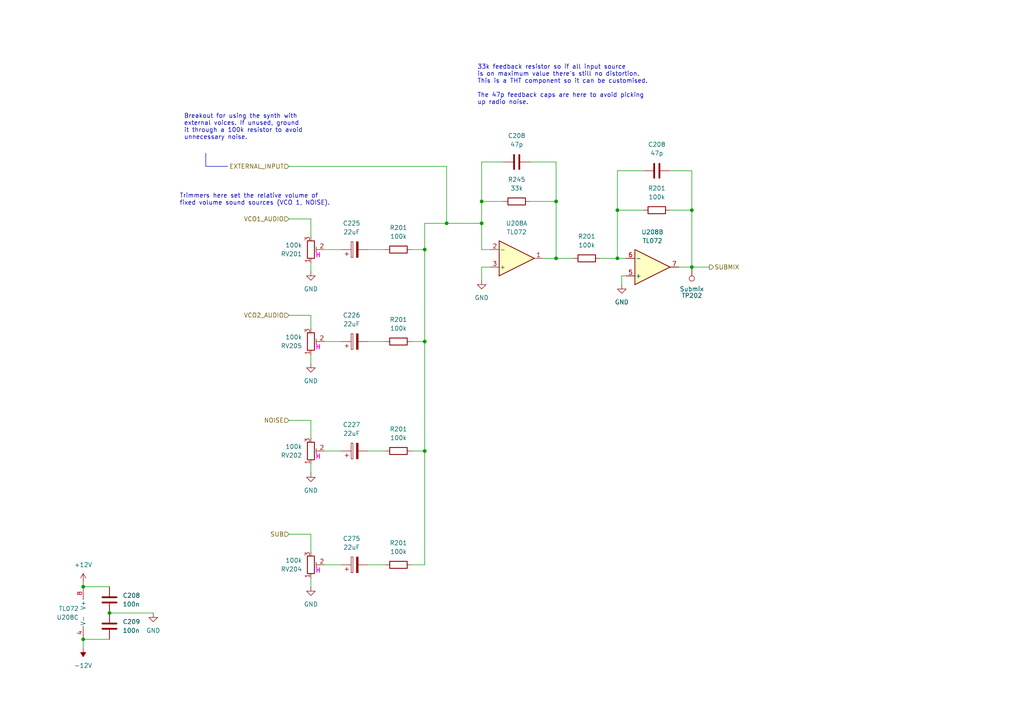
<source format=kicad_sch>
(kicad_sch (version 20231120) (generator "eeschema") (generator_version "8.0")
  (paper "A4")
  (title_block (title "Mixer"))
  (lib_symbols
    (symbol "Amplifier_Operational:TL072" (pin_names (offset 0.127))
      (property "Reference" "U" (at 0 5.08 0))
      (property "Value" "TL072" (at 0 -5.08 0))
      (symbol "TL072_1_1"
        (polyline (pts (xy -5.08 5.08) (xy 5.08 0) (xy -5.08 -5.08) (xy -5.08 5.08)) (stroke (width 0.254)) (fill (type background)))
        (pin output line (at 7.62 0 180) (length 2.54) (name "~") (number "1"))
        (pin input line (at -7.62 -2.54 0) (length 2.54) (name "-") (number "2"))
        (pin input line (at -7.62 2.54 0) (length 2.54) (name "+") (number "3"))
      )
      (symbol "TL072_2_1"
        (polyline (pts (xy -5.08 5.08) (xy 5.08 0) (xy -5.08 -5.08) (xy -5.08 5.08)) (stroke (width 0.254)) (fill (type background)))
        (pin input line (at -7.62 2.54 0) (length 2.54) (name "+") (number "5"))
        (pin input line (at -7.62 -2.54 0) (length 2.54) (name "-") (number "6"))
        (pin output line (at 7.62 0 180) (length 2.54) (name "~") (number "7"))
      )
      (symbol "TL072_3_1"
        (pin power_in line (at -2.54 -7.62 90) (length 3.81) (name "V-") (number "4"))
        (pin power_in line (at -2.54 7.62 270) (length 3.81) (name "V+") (number "8"))
      )
    )
    (symbol "Connector:TestPoint" (pin_numbers hide) (pin_names (offset 0.762) hide)
      (property "Reference" "TP" (at 0 6.858 0))
      (property "Value" "TestPoint" (at 0 5.08 0))
      (symbol "TestPoint_0_1"
        (circle (center 0 3.302) (radius 0.762))
      )
      (symbol "TestPoint_1_1"
        (pin passive line (at 0 0 90) (length 2.54) (name "1") (number "1"))
      )
    )
    (symbol "Device:C" (pin_numbers hide) (pin_names (offset 0.254))
      (property "Reference" "C" (at 0.635 2.54 0))
      (property "Value" "C" (at 0.635 -2.54 0))
      (symbol "C_0_1"
        (polyline (pts (xy -2.032 -0.762) (xy 2.032 -0.762)) (stroke (width 0.508)))
        (polyline (pts (xy -2.032 0.762) (xy 2.032 0.762)) (stroke (width 0.508)))
      )
      (symbol "C_1_1"
        (pin passive line (at 0 3.81 270) (length 2.794) (name "~") (number "1"))
        (pin passive line (at 0 -3.81 90) (length 2.794) (name "~") (number "2"))
      )
    )
    (symbol "Device:C_Polarized" (pin_numbers hide) (pin_names (offset 0.254))
      (property "Reference" "C" (at 0.635 2.54 0))
      (property "Value" "C_Polarized" (at 0.635 -2.54 0))
      (symbol "C_Polarized_0_1"
        (rectangle (start -2.286 0.508) (end 2.286 1.016))
        (polyline (pts (xy -1.778 2.286) (xy -0.762 2.286)))
        (polyline (pts (xy -1.27 2.794) (xy -1.27 1.778)))
        (rectangle (start 2.286 -0.508) (end -2.286 -1.016) (fill (type outline)))
      )
      (symbol "C_Polarized_1_1"
        (pin passive line (at 0 3.81 270) (length 2.794) (name "~") (number "1"))
        (pin passive line (at 0 -3.81 90) (length 2.794) (name "~") (number "2"))
      )
    )
    (symbol "Device:R" (pin_numbers hide) (pin_names (offset 0))
      (property "Reference" "R" (at 2.032 0 90))
      (property "Value" "R" (at 0 0 90))
      (symbol "R_0_1"
        (rectangle (start -1.016 -2.54) (end 1.016 2.54) (stroke (width 0.254)))
      )
      (symbol "R_1_1"
        (pin passive line (at 0 3.81 270) (length 1.27) (name "~") (number "1"))
        (pin passive line (at 0 -3.81 90) (length 1.27) (name "~") (number "2"))
      )
    )
    (symbol "Device:R_Potentiometer_Trim" (pin_names (offset 1.016) hide)
      (property "Reference" "RV" (at -4.445 0 90))
      (property "Value" "R_Potentiometer_Trim" (at -2.54 0 90))
      (symbol "R_Potentiometer_Trim_0_1"
        (polyline (pts (xy 1.524 0.762) (xy 1.524 -0.762)))
        (polyline (pts (xy 2.54 0) (xy 1.524 0)))
        (rectangle (start 1.016 2.54) (end -1.016 -2.54) (stroke (width 0.254)))
      )
      (symbol "R_Potentiometer_Trim_1_1"
        (pin passive line (at 0 3.81 270) (length 1.27) (name "1") (number "1"))
        (pin passive line (at 3.81 0 180) (length 1.27) (name "2") (number "2"))
        (pin passive line (at 0 -3.81 90) (length 1.27) (name "3") (number "3"))
      )
    )
    (symbol "power:+12V" (power) (pin_names (offset 0))
      (property "Value" "+12V" (at 0 3.556 0))
      (symbol "+12V_0_1"
        (polyline (pts (xy -0.762 1.27) (xy 0 2.54)))
        (polyline (pts (xy 0 0) (xy 0 2.54)))
        (polyline (pts (xy 0 2.54) (xy 0.762 1.27)))
      )
      (symbol "+12V_1_1"
        (pin power_in line (at 0 0 90) (length 0) hide (name "+12V") (number "1"))
      )
    )
    (symbol "power:-12V" (power) (pin_names (offset 0))
      (property "Value" "-12V" (at 0 3.81 0))
      (symbol "-12V_0_0"
        (pin power_in line (at 0 0 90) (length 0) hide (name "-12V") (number "1"))
      )
      (symbol "-12V_0_1"
        (polyline (pts (xy 0 0) (xy 0 1.27) (xy 0.762 1.27) (xy 0 2.54) (xy -0.762 1.27) (xy 0 1.27)) (fill (type outline)))
      )
    )
    (symbol "power:GND" (power) (pin_names (offset 0))
      (property "Value" "GND" (at 0 -3.81 0))
      (symbol "GND_0_1"
        (polyline (pts (xy 0 0) (xy 0 -1.27) (xy 1.27 -1.27) (xy 0 -2.54) (xy -1.27 -1.27) (xy 0 -1.27)))
      )
      (symbol "GND_1_1"
        (pin power_in line (at 0 0 270) (length 0) hide (name "GND") (number "1"))
      )
    )
  )
  (junction (at 123.19 72.39))
  (junction (at 179.07 74.93))
  (junction (at 123.19 130.81))
  (junction (at 31.75 177.8))
  (junction (at 129.54 64.77))
  (junction (at 161.29 74.93))
  (junction (at 179.07 60.96))
  (junction (at 200.66 77.47))
  (junction (at 139.7 58.42))
  (junction (at 123.19 99.06))
  (junction (at 24.13 185.42))
  (junction (at 161.29 58.42))
  (junction (at 24.13 170.18))
  (junction (at 139.7 64.77))
  (junction (at 200.66 60.96))
  (wire (pts (xy 194.31 60.96) (xy 200.66 60.96)))
  (wire (pts (xy 90.17 121.92) (xy 90.17 127)))
  (wire (pts (xy 180.34 82.55) (xy 180.34 80.01)))
  (wire (pts (xy 119.38 72.39) (xy 123.19 72.39)))
  (wire (pts (xy 90.17 78.74) (xy 90.17 76.2)))
  (wire (pts (xy 83.82 48.26) (xy 129.54 48.26)))
  (wire (pts (xy 24.13 187.96) (xy 24.13 185.42)))
  (wire (pts (xy 83.82 91.44) (xy 90.17 91.44)))
  (wire (pts (xy 83.82 121.92) (xy 90.17 121.92)))
  (wire (pts (xy 106.68 163.83) (xy 111.76 163.83)))
  (wire (pts (xy 123.19 130.81) (xy 123.19 163.83)))
  (wire (pts (xy 31.75 177.8) (xy 44.45 177.8)))
  (wire (pts (xy 129.54 64.77) (xy 139.7 64.77)))
  (wire (pts (xy 153.67 58.42) (xy 161.29 58.42)))
  (wire (pts (xy 161.29 74.93) (xy 166.37 74.93)))
  (wire (pts (xy 90.17 170.18) (xy 90.17 167.64)))
  (wire (pts (xy 179.07 60.96) (xy 179.07 74.93)))
  (wire (pts (xy 139.7 64.77) (xy 139.7 72.39)))
  (wire (pts (xy 90.17 154.94) (xy 90.17 160.02)))
  (wire (pts (xy 123.19 64.77) (xy 129.54 64.77)))
  (wire (pts (xy 106.68 72.39) (xy 111.76 72.39)))
  (wire (pts (xy 139.7 77.47) (xy 142.24 77.47)))
  (wire (pts (xy 173.99 74.93) (xy 179.07 74.93)))
  (wire (pts (xy 83.82 63.5) (xy 90.17 63.5)))
  (wire (pts (xy 119.38 130.81) (xy 123.19 130.81)))
  (wire (pts (xy 200.66 77.47) (xy 196.85 77.47)))
  (wire (pts (xy 161.29 58.42) (xy 161.29 74.93)))
  (wire (pts (xy 24.13 185.42) (xy 31.75 185.42)))
  (wire (pts (xy 24.13 170.18) (xy 31.75 170.18)))
  (wire (pts (xy 123.19 64.77) (xy 123.19 72.39)))
  (wire (pts (xy 179.07 49.53) (xy 179.07 60.96)))
  (wire (pts (xy 139.7 81.28) (xy 139.7 77.47)))
  (wire (pts (xy 93.98 99.06) (xy 99.06 99.06)))
  (wire (pts (xy 83.82 154.94) (xy 90.17 154.94)))
  (wire (pts (xy 24.13 168.91) (xy 24.13 170.18)))
  (polyline (pts (xy 59.69 48.26) (xy 66.04 48.26)))
  (wire (pts (xy 90.17 105.41) (xy 90.17 102.87)))
  (wire (pts (xy 200.66 77.47) (xy 205.74 77.47)))
  (wire (pts (xy 90.17 91.44) (xy 90.17 95.25)))
  (wire (pts (xy 200.66 49.53) (xy 200.66 60.96)))
  (wire (pts (xy 146.05 46.99) (xy 139.7 46.99)))
  (wire (pts (xy 123.19 130.81) (xy 123.19 99.06)))
  (wire (pts (xy 119.38 99.06) (xy 123.19 99.06)))
  (wire (pts (xy 153.67 46.99) (xy 161.29 46.99)))
  (wire (pts (xy 93.98 130.81) (xy 99.06 130.81)))
  (wire (pts (xy 186.69 60.96) (xy 179.07 60.96)))
  (wire (pts (xy 90.17 137.16) (xy 90.17 134.62)))
  (wire (pts (xy 119.38 163.83) (xy 123.19 163.83)))
  (wire (pts (xy 90.17 63.5) (xy 90.17 68.58)))
  (wire (pts (xy 161.29 46.99) (xy 161.29 58.42)))
  (wire (pts (xy 200.66 60.96) (xy 200.66 77.47)))
  (wire (pts (xy 139.7 58.42) (xy 139.7 64.77)))
  (wire (pts (xy 93.98 163.83) (xy 99.06 163.83)))
  (wire (pts (xy 139.7 72.39) (xy 142.24 72.39)))
  (wire (pts (xy 123.19 99.06) (xy 123.19 72.39)))
  (wire (pts (xy 139.7 46.99) (xy 139.7 58.42)))
  (wire (pts (xy 106.68 99.06) (xy 111.76 99.06)))
  (wire (pts (xy 180.34 80.01) (xy 181.61 80.01)))
  (wire (pts (xy 179.07 74.93) (xy 181.61 74.93)))
  (wire (pts (xy 194.31 49.53) (xy 200.66 49.53)))
  (wire (pts (xy 106.68 130.81) (xy 111.76 130.81)))
  (wire (pts (xy 129.54 48.26) (xy 129.54 64.77)))
  (wire (pts (xy 93.98 72.39) (xy 99.06 72.39)))
  (polyline (pts (xy 59.69 44.45) (xy 59.69 48.26)))
  (wire (pts (xy 146.05 58.42) (xy 139.7 58.42)))
  (wire (pts (xy 186.69 49.53) (xy 179.07 49.53)))
  (wire (pts (xy 161.29 74.93) (xy 157.48 74.93)))
  (text "33k feedback resistor so if all input source\nis on maximum value there's still no distortion.\nThis is a THT component so it can be customised.\n\nThe 47p feedback caps are here to avoid picking\nup radio noise." (at 138.43 30.48 0) (effects (font (size 1.27 1.27)) (justify left bottom)))
  (text "H" (at 91.44 101.6 0) (effects (font (size 1.27 1.27) (thickness 0.254) (bold yes)) (justify left bottom)))
  (text "H" (at 91.44 133.35 0) (effects (font (size 1.27 1.27) (thickness 0.254) (bold yes)) (justify left bottom)))
  (text "Trimmers here set the relative volume of\nfixed volume sound sources (VCO 1, NOISE)." (at 52.07 59.69 0) (effects (font (size 1.27 1.27)) (justify left bottom)))
  (text "H" (at 91.44 74.93 0) (effects (font (size 1.27 1.27) (thickness 0.254) (bold yes)) (justify left bottom)))
  (text "H" (at 91.44 166.37 0) (effects (font (size 1.27 1.27) (thickness 0.254) (bold yes)) (justify left bottom)))
  (text "Breakout for using the synth with \nexternal voices. If unused, ground\nit through a 100k resistor to avoid\nunnecessary noise." (at 53.34 40.64 0) (effects (font (size 1.27 1.27)) (justify left bottom)))
  (hierarchical_label "VCO1_AUDIO" (shape input) (at 83.82 63.5 180))
  (hierarchical_label "VCO2_AUDIO" (shape input) (at 83.82 91.44 180))
  (hierarchical_label "SUB" (shape input) (at 83.82 154.94 180))
  (hierarchical_label "NOISE" (shape input) (at 83.82 121.92 180))
  (hierarchical_label "EXTERNAL_INPUT" (shape input) (at 83.82 48.26 180))
  (hierarchical_label "SUBMIX" (shape output) (at 205.74 77.47 0))
  (symbol (lib_id "Amplifier_Operational:TL072") (at 149.86 74.93 0) (mirror x) (unit 1)
    (property "Reference" "U208" (at 149.86 64.77 0))
    (property "Value" "TL072" (at 149.86 67.31 0))
    (property "Footprint" "Package_SO:SOIC-8_3.9x4.9mm_P1.27mm" (effects (hide yes)))
    (property "Datasheet" "http://www.ti.com/lit/ds/symlink/tl071.pdf" (effects (hide yes)))
    (property "LCSC" "C6961" (effects (hide yes)))
    (property "Vendor" "JLCPCB" (effects (hide yes)))
  )
  (symbol (lib_id "power:GND") (at 90.17 105.41 0) (unit 1)
    (property "Reference" "#PWR0401" (effects (hide yes)))
    (property "Value" "GND" (at 90.17 110.49 0))
  )
  (symbol (lib_id "Device:C") (at 149.86 46.99 90) (unit 1)
    (property "Reference" "C208" (at 149.86 39.37 90))
    (property "Value" "47p" (at 149.86 41.91 90))
    (property "Footprint" "Capacitor_SMD:C_0603_1608Metric" (effects (hide yes)))
    (property "LCSC" "C1671" (effects (hide yes)))
    (property "Vendor" "JLCPCB" (effects (hide yes)))
    (instances (project "A-psu-voice-proto-4l" (path "" (reference "C208") (unit 1))) (project "core-rev-3" (path "" (reference "C205") (unit 1)) (path "" (reference "C215") (unit 1)) (path "" (reference "C282") (unit 1))) (project "hog-v2-voice-proto" (path "" (reference "C208") (unit 1))))
  )
  (symbol (lib_id "power:GND") (at 90.17 78.74 0) (unit 1)
    (property "Reference" "#PWR0257" (effects (hide yes)))
    (property "Value" "GND" (at 90.17 83.82 0))
  )
  (symbol (lib_id "Device:C_Polarized") (at 102.87 163.83 90) (unit 1)
    (property "Reference" "C275" (at 101.981 156.21 90))
    (property "Value" "22uF" (at 101.981 158.75 90))
    (property "Footprint" "Capacitor_SMD:CP_Elec_6.3x5.4" (effects (hide yes)))
    (property "LCSC" "C2836438" (effects (hide yes)))
    (property "Vendor" "JLCPCB" (effects (hide yes)))
    (property "FT Rotation Offset" "180" (effects (hide yes)))
  )
  (symbol (lib_id "Device:R") (at 115.57 163.83 90) (unit 1)
    (property "Reference" "R201" (at 115.57 157.48 90))
    (property "Value" "100k" (at 115.57 160.02 90))
    (property "Footprint" "Resistor_SMD:R_0603_1608Metric" (effects (hide yes)))
    (property "LCSC" "C25803" (effects (hide yes)))
    (property "Vendor" "JLCPCB" (effects (hide yes)))
    (instances (project "A-psu-voice-proto-4l" (path "" (reference "R201") (unit 1))) (project "core-rev-3" (path "" (reference "R201") (unit 1)) (path "" (reference "R338") (unit 1))) (project "hog-v2-voice-proto" (path "" (reference "R201") (unit 1))))
  )
  (symbol (lib_id "Device:C_Polarized") (at 102.87 99.06 90) (unit 1)
    (property "Reference" "C226" (at 101.981 91.44 90))
    (property "Value" "22uF" (at 101.981 93.98 90))
    (property "Footprint" "Capacitor_SMD:CP_Elec_6.3x5.4" (effects (hide yes)))
    (property "LCSC" "C2836438" (effects (hide yes)))
    (property "Vendor" "JLCPCB" (effects (hide yes)))
    (property "FT Rotation Offset" "180" (effects (hide yes)))
  )
  (symbol (lib_id "power:GND") (at 180.34 82.55 0) (unit 1)
    (property "Reference" "#PWR0260" (effects (hide yes)))
    (property "Value" "GND" (at 180.34 87.63 0))
  )
  (symbol (lib_id "Device:R_Potentiometer_Trim") (at 90.17 163.83 0) (mirror x) (unit 1)
    (property "Reference" "RV204" (at 87.63 165.1 0) (effects (justify right)))
    (property "Value" "100k" (at 87.63 162.56 0) (effects (justify right)))
    (property "Footprint" "Potentiometer_THT:Potentiometer_ACP_CA6-H2,5_Horizontal" (effects (hide yes)))
    (property "Part No." "531-PT6KH104A1010PM " (effects (hide yes)))
    (property "Part URL" "https://mou.sr/49zQlIS" (effects (hide yes)))
    (property "Vendor" "Mouser" (effects (hide yes)))
  )
  (symbol (lib_id "Device:R_Potentiometer_Trim") (at 90.17 130.81 0) (mirror x) (unit 1)
    (property "Reference" "RV202" (at 87.63 132.08 0) (effects (justify right)))
    (property "Value" "100k" (at 87.63 129.54 0) (effects (justify right)))
    (property "Footprint" "Potentiometer_THT:Potentiometer_ACP_CA6-H2,5_Horizontal" (effects (hide yes)))
    (property "Part No." "531-PT6KH104A1010PM " (effects (hide yes)))
    (property "Part URL" "https://mou.sr/49zQlIS" (effects (hide yes)))
    (property "Vendor" "Mouser" (effects (hide yes)))
  )
  (symbol (lib_id "Device:R") (at 115.57 130.81 90) (unit 1)
    (property "Reference" "R201" (at 115.57 124.46 90))
    (property "Value" "100k" (at 115.57 127 90))
    (property "Footprint" "Resistor_SMD:R_0603_1608Metric" (effects (hide yes)))
    (property "LCSC" "C25803" (effects (hide yes)))
    (property "Vendor" "JLCPCB" (effects (hide yes)))
    (instances (project "A-psu-voice-proto-4l" (path "" (reference "R201") (unit 1))) (project "core-rev-3" (path "" (reference "R201") (unit 1)) (path "" (reference "R244") (unit 1))) (project "hog-v2-voice-proto" (path "" (reference "R201") (unit 1))))
  )
  (symbol (lib_id "power:GND") (at 90.17 170.18 0) (unit 1)
    (property "Reference" "#PWR0325" (effects (hide yes)))
    (property "Value" "GND" (at 90.17 175.26 0))
  )
  (symbol (lib_id "Device:R") (at 149.86 58.42 90) (unit 1)
    (property "Reference" "R245" (at 149.86 52.07 90))
    (property "Value" "33k" (at 149.86 54.61 90))
    (property "Footprint" "Resistor_SMD:R_0603_1608Metric" (effects (hide yes)))
    (property "LCSC" "C4216" (effects (hide yes)))
    (property "Vendor" "JLCPCB" (effects (hide yes)))
  )
  (symbol (lib_id "Device:R") (at 190.5 60.96 90) (unit 1)
    (property "Reference" "R201" (at 190.5 54.61 90))
    (property "Value" "100k" (at 190.5 57.15 90))
    (property "Footprint" "Resistor_SMD:R_0603_1608Metric" (effects (hide yes)))
    (property "LCSC" "C25803" (effects (hide yes)))
    (property "Vendor" "JLCPCB" (effects (hide yes)))
    (instances (project "A-psu-voice-proto-4l" (path "" (reference "R201") (unit 1))) (project "core-rev-3" (path "" (reference "R201") (unit 1)) (path "" (reference "R247") (unit 1))) (project "hog-v2-voice-proto" (path "" (reference "R201") (unit 1))))
  )
  (symbol (lib_id "Connector:TestPoint") (at 200.66 77.47 180) (unit 1) (in_bom no)
    (property "Reference" "TP202" (at 200.66 85.725 0))
    (property "Value" "Submix" (at 200.66 83.82 0))
    (property "Footprint" "TestPoint:TestPoint_THTPad_2.0x2.0mm_Drill1.0mm" (effects (hide yes)))
    (instances (project "core-rev-3" (path "" (reference "TP202") (unit 1)) (path "" (reference "TP209") (unit 1)) (path "" (reference "TP210") (unit 1)) (path "" (reference "TP206") (unit 1)) (path "" (reference "TP224") (unit 1))))
  )
  (symbol (lib_id "power:GND") (at 44.45 177.8 0) (unit 1)
    (property "Reference" "#PWR0256" (effects (hide yes)))
    (property "Value" "GND" (at 44.45 182.88 0))
  )
  (symbol (lib_id "power:GND") (at 90.17 137.16 0) (unit 1)
    (property "Reference" "#PWR0258" (effects (hide yes)))
    (property "Value" "GND" (at 90.17 142.24 0))
  )
  (symbol (lib_id "power:GND") (at 139.7 81.28 0) (unit 1)
    (property "Reference" "#PWR0259" (effects (hide yes)))
    (property "Value" "GND" (at 139.7 86.36 0))
  )
  (symbol (lib_id "Device:R") (at 170.18 74.93 90) (unit 1)
    (property "Reference" "R201" (at 170.18 68.58 90))
    (property "Value" "100k" (at 170.18 71.12 90))
    (property "Footprint" "Resistor_SMD:R_0603_1608Metric" (effects (hide yes)))
    (property "LCSC" "C25803" (effects (hide yes)))
    (property "Vendor" "JLCPCB" (effects (hide yes)))
    (instances (project "A-psu-voice-proto-4l" (path "" (reference "R201") (unit 1))) (project "core-rev-3" (path "" (reference "R201") (unit 1)) (path "" (reference "R246") (unit 1))) (project "hog-v2-voice-proto" (path "" (reference "R201") (unit 1))))
  )
  (symbol (lib_id "Device:C") (at 190.5 49.53 90) (unit 1)
    (property "Reference" "C208" (at 190.5 41.91 90))
    (property "Value" "47p" (at 190.5 44.45 90))
    (property "Footprint" "Capacitor_SMD:C_0603_1608Metric" (effects (hide yes)))
    (property "LCSC" "C1671" (effects (hide yes)))
    (property "Vendor" "JLCPCB" (effects (hide yes)))
    (instances (project "A-psu-voice-proto-4l" (path "" (reference "C208") (unit 1))) (project "core-rev-3" (path "" (reference "C205") (unit 1)) (path "" (reference "C215") (unit 1)) (path "" (reference "C283") (unit 1))) (project "hog-v2-voice-proto" (path "" (reference "C208") (unit 1))))
  )
  (symbol (lib_id "Device:C") (at 31.75 173.99 0) (unit 1)
    (property "Reference" "C208" (at 35.56 172.72 0) (effects (justify left)))
    (property "Value" "100n" (at 35.56 175.26 0) (effects (justify left)))
    (property "Footprint" "Capacitor_SMD:C_0603_1608Metric" (effects (hide yes)))
    (property "LCSC" "C14663" (effects (hide yes)))
    (property "Vendor" "JLCPCB" (effects (hide yes)))
    (instances (project "A-psu-voice-proto-4l" (path "" (reference "C208") (unit 1))) (project "core-rev-3" (path "" (reference "C205") (unit 1)) (path "" (reference "C215") (unit 1)) (path "" (reference "C223") (unit 1))) (project "hog-v2-voice-proto" (path "" (reference "C208") (unit 1))))
  )
  (symbol (lib_id "Amplifier_Operational:TL072") (at 189.23 77.47 0) (mirror x) (unit 2)
    (property "Reference" "U208" (at 189.23 67.31 0))
    (property "Value" "TL072" (at 189.23 69.85 0))
    (property "Footprint" "Package_SO:SOIC-8_3.9x4.9mm_P1.27mm" (effects (hide yes)))
    (property "Datasheet" "http://www.ti.com/lit/ds/symlink/tl071.pdf" (effects (hide yes)))
    (property "LCSC" "C6961" (effects (hide yes)))
    (property "Vendor" "JLCPCB" (effects (hide yes)))
  )
  (symbol (lib_id "Device:R") (at 115.57 72.39 90) (unit 1)
    (property "Reference" "R201" (at 115.57 66.04 90))
    (property "Value" "100k" (at 115.57 68.58 90))
    (property "Footprint" "Resistor_SMD:R_0603_1608Metric" (effects (hide yes)))
    (property "LCSC" "C25803" (effects (hide yes)))
    (property "Vendor" "JLCPCB" (effects (hide yes)))
    (instances (project "A-psu-voice-proto-4l" (path "" (reference "R201") (unit 1))) (project "core-rev-3" (path "" (reference "R201") (unit 1)) (path "" (reference "R242") (unit 1))) (project "hog-v2-voice-proto" (path "" (reference "R201") (unit 1))))
  )
  (symbol (lib_id "Device:R_Potentiometer_Trim") (at 90.17 72.39 0) (mirror x) (unit 1)
    (property "Reference" "RV201" (at 87.63 73.66 0) (effects (justify right)))
    (property "Value" "100k" (at 87.63 71.12 0) (effects (justify right)))
    (property "Footprint" "Potentiometer_THT:Potentiometer_ACP_CA6-H2,5_Horizontal" (effects (hide yes)))
    (property "Part No." "531-PT6KH104A1010PM " (effects (hide yes)))
    (property "Part URL" "https://mou.sr/49zQlIS" (effects (hide yes)))
    (property "Vendor" "Mouser" (effects (hide yes)))
  )
  (symbol (lib_id "power:-12V") (at 24.13 187.96 180) (unit 1)
    (property "Reference" "#PWR0255" (effects (hide yes)))
    (property "Value" "-12V" (at 24.13 193.04 0))
  )
  (symbol (lib_id "power:+12V") (at 24.13 168.91 0) (unit 1)
    (property "Reference" "#PWR0254" (effects (hide yes)))
    (property "Value" "+12V" (at 24.13 163.83 0))
  )
  (symbol (lib_id "Device:R_Potentiometer_Trim") (at 90.17 99.06 0) (mirror x) (unit 1)
    (property "Reference" "RV205" (at 87.63 100.33 0) (effects (justify right)))
    (property "Value" "100k" (at 87.63 97.79 0) (effects (justify right)))
    (property "Footprint" "Potentiometer_THT:Potentiometer_ACP_CA6-H2,5_Horizontal" (effects (hide yes)))
    (property "Part No." "531-PT6KH104A1010PM " (effects (hide yes)))
    (property "Part URL" "https://mou.sr/49zQlIS" (effects (hide yes)))
    (property "Vendor" "Mouser" (effects (hide yes)))
  )
  (symbol (lib_id "Device:C") (at 31.75 181.61 0) (unit 1)
    (property "Reference" "C209" (at 35.56 180.34 0) (effects (justify left)))
    (property "Value" "100n" (at 35.56 182.88 0) (effects (justify left)))
    (property "Footprint" "Capacitor_SMD:C_0603_1608Metric" (effects (hide yes)))
    (property "LCSC" "C14663" (effects (hide yes)))
    (property "Vendor" "JLCPCB" (effects (hide yes)))
    (instances (project "A-psu-voice-proto-4l" (path "" (reference "C209") (unit 1))) (project "core-rev-3" (path "" (reference "C206") (unit 1)) (path "" (reference "C216") (unit 1)) (path "" (reference "C224") (unit 1))) (project "hog-v2-voice-proto" (path "" (reference "C209") (unit 1))))
  )
  (symbol (lib_id "Device:C_Polarized") (at 102.87 72.39 90) (unit 1)
    (property "Reference" "C225" (at 101.981 64.77 90))
    (property "Value" "22uF" (at 101.981 67.31 90))
    (property "Footprint" "Capacitor_SMD:CP_Elec_6.3x5.4" (effects (hide yes)))
    (property "LCSC" "C2836438" (effects (hide yes)))
    (property "Vendor" "JLCPCB" (effects (hide yes)))
    (property "FT Rotation Offset" "180" (effects (hide yes)))
  )
  (symbol (lib_id "Amplifier_Operational:TL072") (at 26.67 177.8 0) (unit 3)
    (property "Reference" "U208" (at 22.86 179.07 0) (effects (justify right)))
    (property "Value" "TL072" (at 22.86 176.53 0) (effects (justify right)))
    (property "Footprint" "Package_SO:SOIC-8_3.9x4.9mm_P1.27mm" (effects (hide yes)))
    (property "Datasheet" "http://www.ti.com/lit/ds/symlink/tl071.pdf" (effects (hide yes)))
    (property "LCSC" "C6961" (effects (hide yes)))
    (property "Vendor" "JLCPCB" (effects (hide yes)))
  )
  (symbol (lib_id "Device:R") (at 115.57 99.06 90) (unit 1)
    (property "Reference" "R201" (at 115.57 92.71 90))
    (property "Value" "100k" (at 115.57 95.25 90))
    (property "Footprint" "Resistor_SMD:R_0603_1608Metric" (effects (hide yes)))
    (property "LCSC" "C25803" (effects (hide yes)))
    (property "Vendor" "JLCPCB" (effects (hide yes)))
    (instances (project "A-psu-voice-proto-4l" (path "" (reference "R201") (unit 1))) (project "core-rev-3" (path "" (reference "R201") (unit 1)) (path "" (reference "R243") (unit 1))) (project "hog-v2-voice-proto" (path "" (reference "R201") (unit 1))))
  )
  (symbol (lib_id "Device:C_Polarized") (at 102.87 130.81 90) (unit 1)
    (property "Reference" "C227" (at 101.981 123.19 90))
    (property "Value" "22uF" (at 101.981 125.73 90))
    (property "Footprint" "Capacitor_SMD:CP_Elec_6.3x5.4" (effects (hide yes)))
    (property "LCSC" "C2836438" (effects (hide yes)))
    (property "Vendor" "JLCPCB" (effects (hide yes)))
    (property "FT Rotation Offset" "180" (effects (hide yes)))
  )
)
</source>
